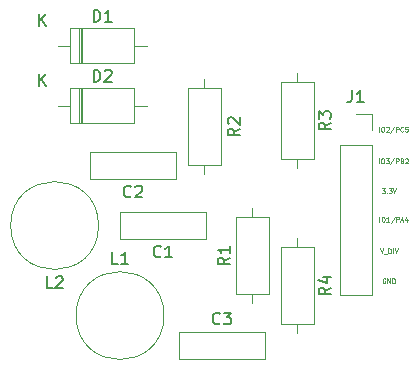
<source format=gbr>
%TF.GenerationSoftware,KiCad,Pcbnew,(6.0.9)*%
%TF.CreationDate,2023-01-19T09:08:01+07:00*%
%TF.ProjectId,LC_Sensor_THT,4c435f53-656e-4736-9f72-5f5448542e6b,rev?*%
%TF.SameCoordinates,PX40311b0PY586a470*%
%TF.FileFunction,Legend,Top*%
%TF.FilePolarity,Positive*%
%FSLAX46Y46*%
G04 Gerber Fmt 4.6, Leading zero omitted, Abs format (unit mm)*
G04 Created by KiCad (PCBNEW (6.0.9)) date 2023-01-19 09:08:01*
%MOMM*%
%LPD*%
G01*
G04 APERTURE LIST*
%ADD10C,0.100000*%
%ADD11C,0.150000*%
%ADD12C,0.120000*%
G04 APERTURE END LIST*
D10*
X32556523Y17110048D02*
X32804142Y17110048D01*
X32670809Y16957667D01*
X32727952Y16957667D01*
X32766047Y16938620D01*
X32785095Y16919572D01*
X32804142Y16881477D01*
X32804142Y16786239D01*
X32785095Y16748143D01*
X32766047Y16729096D01*
X32727952Y16710048D01*
X32613666Y16710048D01*
X32575571Y16729096D01*
X32556523Y16748143D01*
X32975571Y16748143D02*
X32994619Y16729096D01*
X32975571Y16710048D01*
X32956523Y16729096D01*
X32975571Y16748143D01*
X32975571Y16710048D01*
X33127952Y17110048D02*
X33375571Y17110048D01*
X33242238Y16957667D01*
X33299380Y16957667D01*
X33337476Y16938620D01*
X33356523Y16919572D01*
X33375571Y16881477D01*
X33375571Y16786239D01*
X33356523Y16748143D01*
X33337476Y16729096D01*
X33299380Y16710048D01*
X33185095Y16710048D01*
X33147000Y16729096D01*
X33127952Y16748143D01*
X33489857Y17110048D02*
X33623190Y16710048D01*
X33756523Y17110048D01*
X32356571Y14297048D02*
X32356571Y14697048D01*
X32623238Y14697048D02*
X32699428Y14697048D01*
X32737523Y14678000D01*
X32775619Y14639905D01*
X32794666Y14563715D01*
X32794666Y14430381D01*
X32775619Y14354191D01*
X32737523Y14316096D01*
X32699428Y14297048D01*
X32623238Y14297048D01*
X32585142Y14316096D01*
X32547047Y14354191D01*
X32528000Y14430381D01*
X32528000Y14563715D01*
X32547047Y14639905D01*
X32585142Y14678000D01*
X32623238Y14697048D01*
X33175619Y14297048D02*
X32947047Y14297048D01*
X33061333Y14297048D02*
X33061333Y14697048D01*
X33023238Y14639905D01*
X32985142Y14601810D01*
X32947047Y14582762D01*
X33632761Y14716096D02*
X33289904Y14201810D01*
X33766095Y14297048D02*
X33766095Y14697048D01*
X33918476Y14697048D01*
X33956571Y14678000D01*
X33975619Y14658953D01*
X33994666Y14620858D01*
X33994666Y14563715D01*
X33975619Y14525620D01*
X33956571Y14506572D01*
X33918476Y14487524D01*
X33766095Y14487524D01*
X34147047Y14411334D02*
X34337523Y14411334D01*
X34108952Y14297048D02*
X34242285Y14697048D01*
X34375619Y14297048D01*
X34680380Y14563715D02*
X34680380Y14297048D01*
X34585142Y14716096D02*
X34489904Y14430381D01*
X34737523Y14430381D01*
X32842238Y9471000D02*
X32804142Y9490048D01*
X32747000Y9490048D01*
X32689857Y9471000D01*
X32651761Y9432905D01*
X32632714Y9394810D01*
X32613666Y9318620D01*
X32613666Y9261477D01*
X32632714Y9185286D01*
X32651761Y9147191D01*
X32689857Y9109096D01*
X32747000Y9090048D01*
X32785095Y9090048D01*
X32842238Y9109096D01*
X32861285Y9128143D01*
X32861285Y9261477D01*
X32785095Y9261477D01*
X33032714Y9090048D02*
X33032714Y9490048D01*
X33261285Y9090048D01*
X33261285Y9490048D01*
X33451761Y9090048D02*
X33451761Y9490048D01*
X33547000Y9490048D01*
X33604142Y9471000D01*
X33642238Y9432905D01*
X33661285Y9394810D01*
X33680333Y9318620D01*
X33680333Y9261477D01*
X33661285Y9185286D01*
X33642238Y9147191D01*
X33604142Y9109096D01*
X33547000Y9090048D01*
X33451761Y9090048D01*
X32328000Y19250048D02*
X32328000Y19650048D01*
X32594666Y19650048D02*
X32670857Y19650048D01*
X32708952Y19631000D01*
X32747047Y19592905D01*
X32766095Y19516715D01*
X32766095Y19383381D01*
X32747047Y19307191D01*
X32708952Y19269096D01*
X32670857Y19250048D01*
X32594666Y19250048D01*
X32556571Y19269096D01*
X32518476Y19307191D01*
X32499428Y19383381D01*
X32499428Y19516715D01*
X32518476Y19592905D01*
X32556571Y19631000D01*
X32594666Y19650048D01*
X32899428Y19650048D02*
X33147047Y19650048D01*
X33013714Y19497667D01*
X33070857Y19497667D01*
X33108952Y19478620D01*
X33128000Y19459572D01*
X33147047Y19421477D01*
X33147047Y19326239D01*
X33128000Y19288143D01*
X33108952Y19269096D01*
X33070857Y19250048D01*
X32956571Y19250048D01*
X32918476Y19269096D01*
X32899428Y19288143D01*
X33604190Y19669096D02*
X33261333Y19154810D01*
X33737523Y19250048D02*
X33737523Y19650048D01*
X33889904Y19650048D01*
X33928000Y19631000D01*
X33947047Y19611953D01*
X33966095Y19573858D01*
X33966095Y19516715D01*
X33947047Y19478620D01*
X33928000Y19459572D01*
X33889904Y19440524D01*
X33737523Y19440524D01*
X34270857Y19459572D02*
X34328000Y19440524D01*
X34347047Y19421477D01*
X34366095Y19383381D01*
X34366095Y19326239D01*
X34347047Y19288143D01*
X34328000Y19269096D01*
X34289904Y19250048D01*
X34137523Y19250048D01*
X34137523Y19650048D01*
X34270857Y19650048D01*
X34308952Y19631000D01*
X34328000Y19611953D01*
X34347047Y19573858D01*
X34347047Y19535762D01*
X34328000Y19497667D01*
X34308952Y19478620D01*
X34270857Y19459572D01*
X34137523Y19459572D01*
X34518476Y19611953D02*
X34537523Y19631000D01*
X34575619Y19650048D01*
X34670857Y19650048D01*
X34708952Y19631000D01*
X34728000Y19611953D01*
X34747047Y19573858D01*
X34747047Y19535762D01*
X34728000Y19478620D01*
X34499428Y19250048D01*
X34747047Y19250048D01*
X32394619Y12030048D02*
X32527952Y11630048D01*
X32661285Y12030048D01*
X32699380Y11591953D02*
X33004142Y11591953D01*
X33099380Y11630048D02*
X33099380Y12030048D01*
X33194619Y12030048D01*
X33251761Y12011000D01*
X33289857Y11972905D01*
X33308904Y11934810D01*
X33327952Y11858620D01*
X33327952Y11801477D01*
X33308904Y11725286D01*
X33289857Y11687191D01*
X33251761Y11649096D01*
X33194619Y11630048D01*
X33099380Y11630048D01*
X33499380Y11630048D02*
X33499380Y12030048D01*
X33632714Y12030048D02*
X33766047Y11630048D01*
X33899380Y12030048D01*
X32328000Y21917048D02*
X32328000Y22317048D01*
X32594666Y22317048D02*
X32670857Y22317048D01*
X32708952Y22298000D01*
X32747047Y22259905D01*
X32766095Y22183715D01*
X32766095Y22050381D01*
X32747047Y21974191D01*
X32708952Y21936096D01*
X32670857Y21917048D01*
X32594666Y21917048D01*
X32556571Y21936096D01*
X32518476Y21974191D01*
X32499428Y22050381D01*
X32499428Y22183715D01*
X32518476Y22259905D01*
X32556571Y22298000D01*
X32594666Y22317048D01*
X32918476Y22278953D02*
X32937523Y22298000D01*
X32975619Y22317048D01*
X33070857Y22317048D01*
X33108952Y22298000D01*
X33128000Y22278953D01*
X33147047Y22240858D01*
X33147047Y22202762D01*
X33128000Y22145620D01*
X32899428Y21917048D01*
X33147047Y21917048D01*
X33604190Y22336096D02*
X33261333Y21821810D01*
X33737523Y21917048D02*
X33737523Y22317048D01*
X33889904Y22317048D01*
X33928000Y22298000D01*
X33947047Y22278953D01*
X33966095Y22240858D01*
X33966095Y22183715D01*
X33947047Y22145620D01*
X33928000Y22126572D01*
X33889904Y22107524D01*
X33737523Y22107524D01*
X34366095Y21955143D02*
X34347047Y21936096D01*
X34289904Y21917048D01*
X34251809Y21917048D01*
X34194666Y21936096D01*
X34156571Y21974191D01*
X34137523Y22012286D01*
X34118476Y22088477D01*
X34118476Y22145620D01*
X34137523Y22221810D01*
X34156571Y22259905D01*
X34194666Y22298000D01*
X34251809Y22317048D01*
X34289904Y22317048D01*
X34347047Y22298000D01*
X34366095Y22278953D01*
X34728000Y22317048D02*
X34537523Y22317048D01*
X34518476Y22126572D01*
X34537523Y22145620D01*
X34575619Y22164667D01*
X34670857Y22164667D01*
X34708952Y22145620D01*
X34728000Y22126572D01*
X34747047Y22088477D01*
X34747047Y21993239D01*
X34728000Y21955143D01*
X34708952Y21936096D01*
X34670857Y21917048D01*
X34575619Y21917048D01*
X34537523Y21936096D01*
X34518476Y21955143D01*
D11*
%TO.C,C2*%
X11303333Y16442858D02*
X11255714Y16395239D01*
X11112857Y16347620D01*
X11017619Y16347620D01*
X10874761Y16395239D01*
X10779523Y16490477D01*
X10731904Y16585715D01*
X10684285Y16776191D01*
X10684285Y16919048D01*
X10731904Y17109524D01*
X10779523Y17204762D01*
X10874761Y17300000D01*
X11017619Y17347620D01*
X11112857Y17347620D01*
X11255714Y17300000D01*
X11303333Y17252381D01*
X11684285Y17252381D02*
X11731904Y17300000D01*
X11827142Y17347620D01*
X12065238Y17347620D01*
X12160476Y17300000D01*
X12208095Y17252381D01*
X12255714Y17157143D01*
X12255714Y17061905D01*
X12208095Y16919048D01*
X11636666Y16347620D01*
X12255714Y16347620D01*
%TO.C,C1*%
X13843333Y11362858D02*
X13795714Y11315239D01*
X13652857Y11267620D01*
X13557619Y11267620D01*
X13414761Y11315239D01*
X13319523Y11410477D01*
X13271904Y11505715D01*
X13224285Y11696191D01*
X13224285Y11839048D01*
X13271904Y12029524D01*
X13319523Y12124762D01*
X13414761Y12220000D01*
X13557619Y12267620D01*
X13652857Y12267620D01*
X13795714Y12220000D01*
X13843333Y12172381D01*
X14795714Y11267620D02*
X14224285Y11267620D01*
X14510000Y11267620D02*
X14510000Y12267620D01*
X14414761Y12124762D01*
X14319523Y12029524D01*
X14224285Y11981905D01*
%TO.C,D2*%
X8151904Y26147620D02*
X8151904Y27147620D01*
X8390000Y27147620D01*
X8532857Y27100000D01*
X8628095Y27004762D01*
X8675714Y26909524D01*
X8723333Y26719048D01*
X8723333Y26576191D01*
X8675714Y26385715D01*
X8628095Y26290477D01*
X8532857Y26195239D01*
X8390000Y26147620D01*
X8151904Y26147620D01*
X9104285Y27052381D02*
X9151904Y27100000D01*
X9247142Y27147620D01*
X9485238Y27147620D01*
X9580476Y27100000D01*
X9628095Y27052381D01*
X9675714Y26957143D01*
X9675714Y26861905D01*
X9628095Y26719048D01*
X9056666Y26147620D01*
X9675714Y26147620D01*
X3548095Y25777620D02*
X3548095Y26777620D01*
X4119523Y25777620D02*
X3690952Y26349048D01*
X4119523Y26777620D02*
X3548095Y26206191D01*
%TO.C,R4*%
X28222380Y8723334D02*
X27746190Y8390000D01*
X28222380Y8151905D02*
X27222380Y8151905D01*
X27222380Y8532858D01*
X27270000Y8628096D01*
X27317619Y8675715D01*
X27412857Y8723334D01*
X27555714Y8723334D01*
X27650952Y8675715D01*
X27698571Y8628096D01*
X27746190Y8532858D01*
X27746190Y8151905D01*
X27555714Y9580477D02*
X28222380Y9580477D01*
X27174761Y9342381D02*
X27889047Y9104286D01*
X27889047Y9723334D01*
%TO.C,C3*%
X18843333Y5702858D02*
X18795714Y5655239D01*
X18652857Y5607620D01*
X18557619Y5607620D01*
X18414761Y5655239D01*
X18319523Y5750477D01*
X18271904Y5845715D01*
X18224285Y6036191D01*
X18224285Y6179048D01*
X18271904Y6369524D01*
X18319523Y6464762D01*
X18414761Y6560000D01*
X18557619Y6607620D01*
X18652857Y6607620D01*
X18795714Y6560000D01*
X18843333Y6512381D01*
X19176666Y6607620D02*
X19795714Y6607620D01*
X19462380Y6226667D01*
X19605238Y6226667D01*
X19700476Y6179048D01*
X19748095Y6131429D01*
X19795714Y6036191D01*
X19795714Y5798096D01*
X19748095Y5702858D01*
X19700476Y5655239D01*
X19605238Y5607620D01*
X19319523Y5607620D01*
X19224285Y5655239D01*
X19176666Y5702858D01*
%TO.C,D1*%
X8151904Y31227620D02*
X8151904Y32227620D01*
X8390000Y32227620D01*
X8532857Y32180000D01*
X8628095Y32084762D01*
X8675714Y31989524D01*
X8723333Y31799048D01*
X8723333Y31656191D01*
X8675714Y31465715D01*
X8628095Y31370477D01*
X8532857Y31275239D01*
X8390000Y31227620D01*
X8151904Y31227620D01*
X9675714Y31227620D02*
X9104285Y31227620D01*
X9390000Y31227620D02*
X9390000Y32227620D01*
X9294761Y32084762D01*
X9199523Y31989524D01*
X9104285Y31941905D01*
X3548095Y30857620D02*
X3548095Y31857620D01*
X4119523Y30857620D02*
X3690952Y31429048D01*
X4119523Y31857620D02*
X3548095Y31286191D01*
%TO.C,R3*%
X28222380Y22693334D02*
X27746190Y22360000D01*
X28222380Y22121905D02*
X27222380Y22121905D01*
X27222380Y22502858D01*
X27270000Y22598096D01*
X27317619Y22645715D01*
X27412857Y22693334D01*
X27555714Y22693334D01*
X27650952Y22645715D01*
X27698571Y22598096D01*
X27746190Y22502858D01*
X27746190Y22121905D01*
X27222380Y23026667D02*
X27222380Y23645715D01*
X27603333Y23312381D01*
X27603333Y23455239D01*
X27650952Y23550477D01*
X27698571Y23598096D01*
X27793809Y23645715D01*
X28031904Y23645715D01*
X28127142Y23598096D01*
X28174761Y23550477D01*
X28222380Y23455239D01*
X28222380Y23169524D01*
X28174761Y23074286D01*
X28127142Y23026667D01*
%TO.C,R2*%
X20518380Y22185334D02*
X20042190Y21852000D01*
X20518380Y21613905D02*
X19518380Y21613905D01*
X19518380Y21994858D01*
X19566000Y22090096D01*
X19613619Y22137715D01*
X19708857Y22185334D01*
X19851714Y22185334D01*
X19946952Y22137715D01*
X19994571Y22090096D01*
X20042190Y21994858D01*
X20042190Y21613905D01*
X19613619Y22566286D02*
X19566000Y22613905D01*
X19518380Y22709143D01*
X19518380Y22947239D01*
X19566000Y23042477D01*
X19613619Y23090096D01*
X19708857Y23137715D01*
X19804095Y23137715D01*
X19946952Y23090096D01*
X20518380Y22518667D01*
X20518380Y23137715D01*
%TO.C,L2*%
X4683333Y8667620D02*
X4207142Y8667620D01*
X4207142Y9667620D01*
X4969047Y9572381D02*
X5016666Y9620000D01*
X5111904Y9667620D01*
X5350000Y9667620D01*
X5445238Y9620000D01*
X5492857Y9572381D01*
X5540476Y9477143D01*
X5540476Y9381905D01*
X5492857Y9239048D01*
X4921428Y8667620D01*
X5540476Y8667620D01*
%TO.C,J1*%
X30019666Y25415620D02*
X30019666Y24701334D01*
X29972047Y24558477D01*
X29876809Y24463239D01*
X29733952Y24415620D01*
X29638714Y24415620D01*
X31019666Y24415620D02*
X30448238Y24415620D01*
X30733952Y24415620D02*
X30733952Y25415620D01*
X30638714Y25272762D01*
X30543476Y25177524D01*
X30448238Y25129905D01*
%TO.C,L1*%
X10223333Y10747620D02*
X9747142Y10747620D01*
X9747142Y11747620D01*
X11080476Y10747620D02*
X10509047Y10747620D01*
X10794761Y10747620D02*
X10794761Y11747620D01*
X10699523Y11604762D01*
X10604285Y11509524D01*
X10509047Y11461905D01*
%TO.C,R1*%
X19672380Y11263334D02*
X19196190Y10930000D01*
X19672380Y10691905D02*
X18672380Y10691905D01*
X18672380Y11072858D01*
X18720000Y11168096D01*
X18767619Y11215715D01*
X18862857Y11263334D01*
X19005714Y11263334D01*
X19100952Y11215715D01*
X19148571Y11168096D01*
X19196190Y11072858D01*
X19196190Y10691905D01*
X19672380Y12215715D02*
X19672380Y11644286D01*
X19672380Y11930000D02*
X18672380Y11930000D01*
X18815238Y11834762D01*
X18910476Y11739524D01*
X18958095Y11644286D01*
D12*
%TO.C,C2*%
X15090000Y17930000D02*
X15090000Y20170000D01*
X7850000Y17930000D02*
X7850000Y20170000D01*
X15090000Y20170000D02*
X7850000Y20170000D01*
X15090000Y17930000D02*
X7850000Y17930000D01*
%TO.C,C1*%
X17630000Y15090000D02*
X10390000Y15090000D01*
X10390000Y12850000D02*
X10390000Y15090000D01*
X17630000Y12850000D02*
X17630000Y15090000D01*
X17630000Y12850000D02*
X10390000Y12850000D01*
%TO.C,D2*%
X11610000Y22660000D02*
X11610000Y25600000D01*
X7070000Y25600000D02*
X7070000Y22660000D01*
X6170000Y25600000D02*
X6170000Y22660000D01*
X11610000Y25600000D02*
X6170000Y25600000D01*
X5150000Y24130000D02*
X6170000Y24130000D01*
X6950000Y25600000D02*
X6950000Y22660000D01*
X12630000Y24130000D02*
X11610000Y24130000D01*
X6170000Y22660000D02*
X11610000Y22660000D01*
X7190000Y25600000D02*
X7190000Y22660000D01*
%TO.C,R4*%
X25400000Y4850000D02*
X25400000Y5620000D01*
X26770000Y5620000D02*
X26770000Y12160000D01*
X24030000Y5620000D02*
X26770000Y5620000D01*
X24030000Y12160000D02*
X24030000Y5620000D01*
X25400000Y12930000D02*
X25400000Y12160000D01*
X26770000Y12160000D02*
X24030000Y12160000D01*
%TO.C,C3*%
X15390000Y4930000D02*
X15390000Y2690000D01*
X15390000Y4930000D02*
X22630000Y4930000D01*
X15390000Y2690000D02*
X22630000Y2690000D01*
X22630000Y4930000D02*
X22630000Y2690000D01*
%TO.C,D1*%
X6950000Y30680000D02*
X6950000Y27740000D01*
X7190000Y30680000D02*
X7190000Y27740000D01*
X11610000Y27740000D02*
X11610000Y30680000D01*
X6170000Y30680000D02*
X6170000Y27740000D01*
X11610000Y30680000D02*
X6170000Y30680000D01*
X12630000Y29210000D02*
X11610000Y29210000D01*
X5150000Y29210000D02*
X6170000Y29210000D01*
X7070000Y30680000D02*
X7070000Y27740000D01*
X6170000Y27740000D02*
X11610000Y27740000D01*
%TO.C,R3*%
X24030000Y26130000D02*
X24030000Y19590000D01*
X24030000Y19590000D02*
X26770000Y19590000D01*
X26770000Y26130000D02*
X24030000Y26130000D01*
X25400000Y18820000D02*
X25400000Y19590000D01*
X26770000Y19590000D02*
X26770000Y26130000D01*
X25400000Y26900000D02*
X25400000Y26130000D01*
%TO.C,R2*%
X18896000Y25622000D02*
X16156000Y25622000D01*
X16156000Y19082000D02*
X18896000Y19082000D01*
X17526000Y18312000D02*
X17526000Y19082000D01*
X16156000Y25622000D02*
X16156000Y19082000D01*
X18896000Y19082000D02*
X18896000Y25622000D01*
X17526000Y26392000D02*
X17526000Y25622000D01*
%TO.C,L2*%
X8570000Y13970000D02*
G75*
G03*
X8570000Y13970000I-3720000J0D01*
G01*
%TO.C,J1*%
X30353000Y23428000D02*
X31683000Y23428000D01*
X29023000Y8068000D02*
X31683000Y8068000D01*
X31683000Y20828000D02*
X31683000Y8068000D01*
X31683000Y23428000D02*
X31683000Y22098000D01*
X29023000Y20828000D02*
X31683000Y20828000D01*
X29023000Y20828000D02*
X29023000Y8068000D01*
%TO.C,L1*%
X14110000Y6350000D02*
G75*
G03*
X14110000Y6350000I-3720000J0D01*
G01*
%TO.C,R1*%
X22960000Y14700000D02*
X20220000Y14700000D01*
X21590000Y7390000D02*
X21590000Y8160000D01*
X20220000Y14700000D02*
X20220000Y8160000D01*
X22960000Y8160000D02*
X22960000Y14700000D01*
X21590000Y15470000D02*
X21590000Y14700000D01*
X20220000Y8160000D02*
X22960000Y8160000D01*
%TD*%
M02*

</source>
